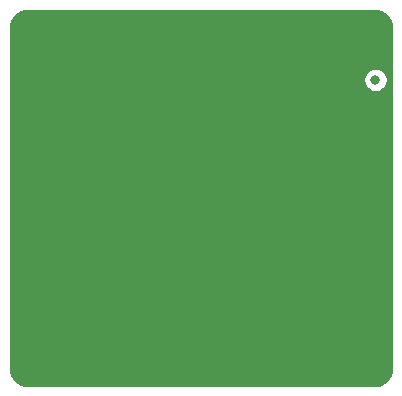
<source format=gbr>
%TF.GenerationSoftware,KiCad,Pcbnew,5.1.10-1.fc33*%
%TF.CreationDate,2021-08-29T16:43:16-05:00*%
%TF.ProjectId,serdes-rf-hdmi,73657264-6573-42d7-9266-2d68646d692e,A*%
%TF.SameCoordinates,Original*%
%TF.FileFunction,Copper,L2,Inr*%
%TF.FilePolarity,Positive*%
%FSLAX46Y46*%
G04 Gerber Fmt 4.6, Leading zero omitted, Abs format (unit mm)*
G04 Created by KiCad (PCBNEW 5.1.10-1.fc33) date 2021-08-29 16:43:16*
%MOMM*%
%LPD*%
G01*
G04 APERTURE LIST*
%TA.AperFunction,ViaPad*%
%ADD10C,0.800000*%
%TD*%
%TA.AperFunction,Conductor*%
%ADD11C,0.254000*%
%TD*%
%TA.AperFunction,Conductor*%
%ADD12C,0.100000*%
%TD*%
G04 APERTURE END LIST*
D10*
%TO.N,Net-(C3-Pad1)*%
X150000000Y-75000000D03*
%TO.N,GND*%
X146175000Y-72175000D03*
X146175000Y-77825000D03*
X146175000Y-92175000D03*
X146175000Y-97825000D03*
X122500000Y-88500000D03*
X135500000Y-91000000D03*
X135500000Y-99000000D03*
X134500000Y-83000000D03*
X129000000Y-81500000D03*
X129000000Y-84500000D03*
X122500000Y-92000000D03*
X122500000Y-78000000D03*
X120000000Y-75000000D03*
X120000000Y-72500000D03*
X120000000Y-70000000D03*
X122500000Y-70000000D03*
X125000000Y-70000000D03*
X127500000Y-70000000D03*
X130000000Y-70000000D03*
X132500000Y-70000000D03*
X135000000Y-70000000D03*
X137500000Y-70000000D03*
X140000000Y-70000000D03*
X142500000Y-70000000D03*
X145000000Y-70000000D03*
X147500000Y-70000000D03*
X150000000Y-70000000D03*
X150000000Y-80000000D03*
X150000000Y-82500000D03*
X150000000Y-85000000D03*
X150000000Y-87500000D03*
X150000000Y-90000000D03*
X150000000Y-100000000D03*
X147500000Y-100000000D03*
X145000000Y-100000000D03*
X142500000Y-100000000D03*
X140000000Y-100000000D03*
X137500000Y-100000000D03*
X135000000Y-100000000D03*
X132500000Y-100000000D03*
X130000000Y-100000000D03*
X127500000Y-100000000D03*
X125000000Y-100000000D03*
X122500000Y-100000000D03*
X120000000Y-100000000D03*
X120000000Y-97500000D03*
X120000000Y-95000000D03*
X130000000Y-87500000D03*
X130000000Y-90000000D03*
X130000000Y-92500000D03*
X130000000Y-95000000D03*
X132500000Y-97500000D03*
X132500000Y-80000000D03*
X134000000Y-90000000D03*
X134000000Y-87500000D03*
X134000000Y-85000000D03*
X127500000Y-79500000D03*
X125000000Y-79500000D03*
X122500000Y-79500000D03*
X130000000Y-77000000D03*
X132500000Y-74500000D03*
X135000000Y-73500000D03*
X137500000Y-73500000D03*
X140000000Y-73500000D03*
X142500000Y-73500000D03*
X145000000Y-73500000D03*
X145000000Y-77000000D03*
X142500000Y-77000000D03*
X140000000Y-77000000D03*
X137500000Y-77000000D03*
X135000000Y-77000000D03*
X132500000Y-79000000D03*
%TD*%
D11*
%TO.N,GND*%
X150259659Y-69188625D02*
X150509429Y-69264035D01*
X150739792Y-69386522D01*
X150941980Y-69551422D01*
X151108286Y-69752450D01*
X151232378Y-69981954D01*
X151309531Y-70231195D01*
X151340001Y-70521098D01*
X151340000Y-99467721D01*
X151311375Y-99759660D01*
X151235965Y-100009429D01*
X151113477Y-100239794D01*
X150948579Y-100441979D01*
X150747546Y-100608288D01*
X150518046Y-100732378D01*
X150268805Y-100809531D01*
X149978911Y-100840000D01*
X120532279Y-100840000D01*
X120240340Y-100811375D01*
X119990571Y-100735965D01*
X119760206Y-100613477D01*
X119558021Y-100448579D01*
X119391712Y-100247546D01*
X119267622Y-100018046D01*
X119190469Y-99768805D01*
X119160000Y-99478911D01*
X119160000Y-74898061D01*
X148965000Y-74898061D01*
X148965000Y-75101939D01*
X149004774Y-75301898D01*
X149082795Y-75490256D01*
X149196063Y-75659774D01*
X149340226Y-75803937D01*
X149509744Y-75917205D01*
X149698102Y-75995226D01*
X149898061Y-76035000D01*
X150101939Y-76035000D01*
X150301898Y-75995226D01*
X150490256Y-75917205D01*
X150659774Y-75803937D01*
X150803937Y-75659774D01*
X150917205Y-75490256D01*
X150995226Y-75301898D01*
X151035000Y-75101939D01*
X151035000Y-74898061D01*
X150995226Y-74698102D01*
X150917205Y-74509744D01*
X150803937Y-74340226D01*
X150659774Y-74196063D01*
X150490256Y-74082795D01*
X150301898Y-74004774D01*
X150101939Y-73965000D01*
X149898061Y-73965000D01*
X149698102Y-74004774D01*
X149509744Y-74082795D01*
X149340226Y-74196063D01*
X149196063Y-74340226D01*
X149082795Y-74509744D01*
X149004774Y-74698102D01*
X148965000Y-74898061D01*
X119160000Y-74898061D01*
X119160000Y-70532279D01*
X119188625Y-70240341D01*
X119264035Y-69990571D01*
X119386522Y-69760208D01*
X119551422Y-69558020D01*
X119752450Y-69391714D01*
X119981954Y-69267622D01*
X120231195Y-69190469D01*
X120521088Y-69160000D01*
X149967721Y-69160000D01*
X150259659Y-69188625D01*
%TA.AperFunction,Conductor*%
D12*
G36*
X150259659Y-69188625D02*
G01*
X150509429Y-69264035D01*
X150739792Y-69386522D01*
X150941980Y-69551422D01*
X151108286Y-69752450D01*
X151232378Y-69981954D01*
X151309531Y-70231195D01*
X151340001Y-70521098D01*
X151340000Y-99467721D01*
X151311375Y-99759660D01*
X151235965Y-100009429D01*
X151113477Y-100239794D01*
X150948579Y-100441979D01*
X150747546Y-100608288D01*
X150518046Y-100732378D01*
X150268805Y-100809531D01*
X149978911Y-100840000D01*
X120532279Y-100840000D01*
X120240340Y-100811375D01*
X119990571Y-100735965D01*
X119760206Y-100613477D01*
X119558021Y-100448579D01*
X119391712Y-100247546D01*
X119267622Y-100018046D01*
X119190469Y-99768805D01*
X119160000Y-99478911D01*
X119160000Y-74898061D01*
X148965000Y-74898061D01*
X148965000Y-75101939D01*
X149004774Y-75301898D01*
X149082795Y-75490256D01*
X149196063Y-75659774D01*
X149340226Y-75803937D01*
X149509744Y-75917205D01*
X149698102Y-75995226D01*
X149898061Y-76035000D01*
X150101939Y-76035000D01*
X150301898Y-75995226D01*
X150490256Y-75917205D01*
X150659774Y-75803937D01*
X150803937Y-75659774D01*
X150917205Y-75490256D01*
X150995226Y-75301898D01*
X151035000Y-75101939D01*
X151035000Y-74898061D01*
X150995226Y-74698102D01*
X150917205Y-74509744D01*
X150803937Y-74340226D01*
X150659774Y-74196063D01*
X150490256Y-74082795D01*
X150301898Y-74004774D01*
X150101939Y-73965000D01*
X149898061Y-73965000D01*
X149698102Y-74004774D01*
X149509744Y-74082795D01*
X149340226Y-74196063D01*
X149196063Y-74340226D01*
X149082795Y-74509744D01*
X149004774Y-74698102D01*
X148965000Y-74898061D01*
X119160000Y-74898061D01*
X119160000Y-70532279D01*
X119188625Y-70240341D01*
X119264035Y-69990571D01*
X119386522Y-69760208D01*
X119551422Y-69558020D01*
X119752450Y-69391714D01*
X119981954Y-69267622D01*
X120231195Y-69190469D01*
X120521088Y-69160000D01*
X149967721Y-69160000D01*
X150259659Y-69188625D01*
G37*
%TD.AperFunction*%
%TD*%
M02*

</source>
